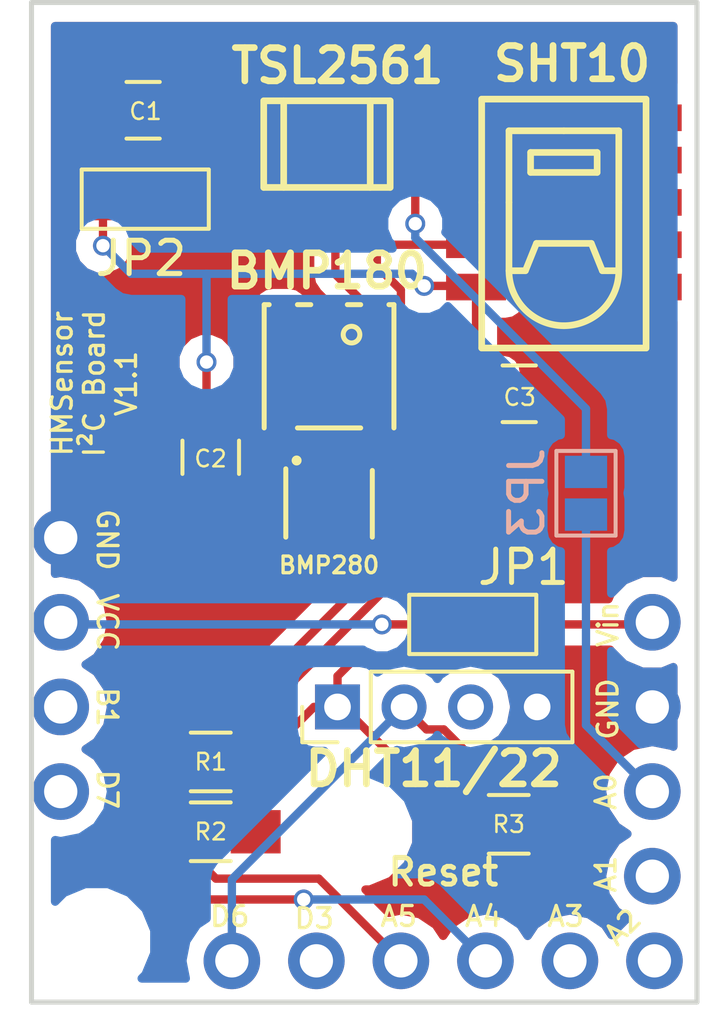
<source format=kicad_pcb>
(kicad_pcb (version 4) (host pcbnew 4.0.2-stable)

  (general
    (links 44)
    (no_connects 0)
    (area 169.924999 94.924999 190.075001 125.075001)
    (thickness 1.6)
    (drawings 21)
    (tracks 164)
    (zones 0)
    (modules 19)
    (nets 19)
  )

  (page A4)
  (layers
    (0 F.Cu signal)
    (31 B.Cu signal)
    (32 B.Adhes user)
    (33 F.Adhes user)
    (34 B.Paste user)
    (35 F.Paste user)
    (36 B.SilkS user)
    (37 F.SilkS user)
    (38 B.Mask user)
    (39 F.Mask user)
    (40 Dwgs.User user)
    (41 Cmts.User user)
    (42 Eco1.User user)
    (43 Eco2.User user)
    (44 Edge.Cuts user)
    (45 Margin user)
    (46 B.CrtYd user)
    (47 F.CrtYd user)
    (48 B.Fab user)
    (49 F.Fab user)
  )

  (setup
    (last_trace_width 0.25)
    (user_trace_width 1)
    (trace_clearance 0.2)
    (zone_clearance 0.508)
    (zone_45_only yes)
    (trace_min 0.2)
    (segment_width 0.2)
    (edge_width 0.15)
    (via_size 0.6)
    (via_drill 0.4)
    (via_min_size 0.4)
    (via_min_drill 0.3)
    (uvia_size 0.3)
    (uvia_drill 0.1)
    (uvias_allowed no)
    (uvia_min_size 0.2)
    (uvia_min_drill 0.1)
    (pcb_text_width 0.3)
    (pcb_text_size 1.5 1.5)
    (mod_edge_width 0.15)
    (mod_text_size 1 1)
    (mod_text_width 0.15)
    (pad_size 1.5 0.7)
    (pad_drill 0)
    (pad_to_mask_clearance 0.2)
    (aux_axis_origin 0 0)
    (visible_elements 7FFFFF7F)
    (pcbplotparams
      (layerselection 0x010f0_80000001)
      (usegerberextensions true)
      (excludeedgelayer true)
      (linewidth 0.100000)
      (plotframeref false)
      (viasonmask false)
      (mode 1)
      (useauxorigin false)
      (hpglpennumber 1)
      (hpglpenspeed 20)
      (hpglpendiameter 15)
      (hpglpenoverlay 2)
      (psnegative false)
      (psa4output false)
      (plotreference true)
      (plotvalue true)
      (plotinvisibletext false)
      (padsonsilk false)
      (subtractmaskfromsilk false)
      (outputformat 1)
      (mirror false)
      (drillshape 0)
      (scaleselection 1)
      (outputdirectory gerber/))
  )

  (net 0 "")
  (net 1 GND)
  (net 2 /A0)
  (net 3 /A1)
  (net 4 /A2)
  (net 5 /D3)
  (net 6 /A3)
  (net 7 /A4)
  (net 8 /A5)
  (net 9 /D6)
  (net 10 /Vin)
  (net 11 /D7)
  (net 12 /B1)
  (net 13 /VDD)
  (net 14 /VCC)
  (net 15 "Net-(JP2-Pad2)")
  (net 16 "Net-(U3-Pad1)")
  (net 17 "Net-(U3-Pad4)")
  (net 18 "Net-(JP3-Pad1)")

  (net_class Default "This is the default net class."
    (clearance 0.2)
    (trace_width 0.25)
    (via_dia 0.6)
    (via_drill 0.4)
    (uvia_dia 0.3)
    (uvia_drill 0.1)
    (add_net /A0)
    (add_net /A1)
    (add_net /A2)
    (add_net /A3)
    (add_net /A4)
    (add_net /A5)
    (add_net /B1)
    (add_net /D3)
    (add_net /D6)
    (add_net /D7)
    (add_net /VCC)
    (add_net /VDD)
    (add_net /Vin)
    (add_net GND)
    (add_net "Net-(JP2-Pad2)")
    (add_net "Net-(JP3-Pad1)")
    (add_net "Net-(U3-Pad1)")
    (add_net "Net-(U3-Pad4)")
  )

  (net_class Fett ""
    (clearance 0.2)
    (trace_width 1)
    (via_dia 0.6)
    (via_drill 0.4)
    (uvia_dia 0.3)
    (uvia_drill 0.1)
  )

  (module Pin_Headers:Pin_Header_Straight_1x04_Pitch2.54mm (layer F.Cu) (tedit 592ED70E) (tstamp 592ED7C4)
    (at 170.8785 111.0615)
    (descr "Through hole straight pin header, 1x04, 2.54mm pitch, single row")
    (tags "Through hole pin header THT 1x04 2.54mm single row")
    (path /592ED622)
    (fp_text reference P6 (at 0 -2.33) (layer F.SilkS) hide
      (effects (font (size 1 1) (thickness 0.15)))
    )
    (fp_text value Contacts (at 0 9.95) (layer F.Fab) hide
      (effects (font (size 1 1) (thickness 0.15)))
    )
    (fp_line (start -1.27 -1.27) (end -1.27 8.89) (layer F.Fab) (width 0.1))
    (fp_line (start -1.27 8.89) (end 1.27 8.89) (layer F.Fab) (width 0.1))
    (fp_line (start 1.27 8.89) (end 1.27 -1.27) (layer F.Fab) (width 0.1))
    (fp_line (start 1.27 -1.27) (end -1.27 -1.27) (layer F.Fab) (width 0.1))
    (fp_line (start -1.8 -1.8) (end -1.8 9.4) (layer F.CrtYd) (width 0.05))
    (fp_line (start -1.8 9.4) (end 1.8 9.4) (layer F.CrtYd) (width 0.05))
    (fp_line (start 1.8 9.4) (end 1.8 -1.8) (layer F.CrtYd) (width 0.05))
    (fp_line (start 1.8 -1.8) (end -1.8 -1.8) (layer F.CrtYd) (width 0.05))
    (pad 1 thru_hole circle (at 0 0) (size 1.7 1.7) (drill 1) (layers *.Cu *.Mask)
      (net 1 GND))
    (pad 2 thru_hole oval (at 0 2.54) (size 1.7 1.7) (drill 1) (layers *.Cu *.Mask)
      (net 14 /VCC))
    (pad 3 thru_hole oval (at 0 5.08) (size 1.7 1.7) (drill 1) (layers *.Cu *.Mask)
      (net 12 /B1))
    (pad 4 thru_hole oval (at 0 7.62) (size 1.7 1.7) (drill 1) (layers *.Cu *.Mask)
      (net 11 /D7))
  )

  (module Pin_Headers:Pin_Header_Straight_1x04_Pitch2.54mm (layer F.Cu) (tedit 592F19C2) (tstamp 591321B7)
    (at 188.6585 113.6015)
    (descr "Through hole straight pin header, 1x04, 2.54mm pitch, single row")
    (tags "Through hole pin header THT 1x04 2.54mm single row")
    (path /591069AF)
    (fp_text reference P1 (at 0 -2.33) (layer F.SilkS) hide
      (effects (font (size 1 1) (thickness 0.15)))
    )
    (fp_text value Contacts (at 0 9.95) (layer F.Fab) hide
      (effects (font (size 1 1) (thickness 0.15)))
    )
    (fp_line (start -1.27 -1.27) (end -1.27 8.89) (layer F.Fab) (width 0.1))
    (fp_line (start -1.27 8.89) (end 1.27 8.89) (layer F.Fab) (width 0.1))
    (fp_line (start 1.27 8.89) (end 1.27 -1.27) (layer F.Fab) (width 0.1))
    (fp_line (start 1.27 -1.27) (end -1.27 -1.27) (layer F.Fab) (width 0.1))
    (fp_line (start -1.8 -1.8) (end -1.8 9.4) (layer F.CrtYd) (width 0.05))
    (fp_line (start -1.8 9.4) (end 1.8 9.4) (layer F.CrtYd) (width 0.05))
    (fp_line (start 1.8 9.4) (end 1.8 -1.8) (layer F.CrtYd) (width 0.05))
    (fp_line (start 1.8 -1.8) (end -1.8 -1.8) (layer F.CrtYd) (width 0.05))
    (fp_text user %R (at 0 -2.33) (layer F.Fab) hide
      (effects (font (size 1 1) (thickness 0.15)))
    )
    (pad 1 thru_hole circle (at 0 0) (size 1.7 1.7) (drill 1) (layers *.Cu *.Mask)
      (net 10 /Vin) (zone_connect 2))
    (pad 2 thru_hole oval (at 0 2.54) (size 1.7 1.7) (drill 1) (layers *.Cu *.Mask)
      (net 1 GND))
    (pad 3 thru_hole oval (at 0 5.08) (size 1.7 1.7) (drill 1) (layers *.Cu *.Mask)
      (net 2 /A0))
    (pad 4 thru_hole oval (at 0 7.62) (size 1.7 1.7) (drill 1) (layers *.Cu *.Mask)
      (net 3 /A1))
  )

  (module Pin_Headers:Pin_Header_Straight_1x06_Pitch2.54mm (layer F.Cu) (tedit 592DBE62) (tstamp 591321D0)
    (at 188.722 123.7615 270)
    (descr "Through hole straight pin header, 1x06, 2.54mm pitch, single row")
    (tags "Through hole pin header THT 1x06 2.54mm single row")
    (path /59132195)
    (fp_text reference P2 (at 0 -2.33 270) (layer F.SilkS) hide
      (effects (font (size 1 1) (thickness 0.15)))
    )
    (fp_text value Contacts (at 0 15.03 270) (layer F.Fab) hide
      (effects (font (size 1 1) (thickness 0.15)))
    )
    (fp_line (start -1.27 -1.27) (end -1.27 13.97) (layer F.Fab) (width 0.1))
    (fp_line (start -1.27 13.97) (end 1.27 13.97) (layer F.Fab) (width 0.1))
    (fp_line (start 1.27 13.97) (end 1.27 -1.27) (layer F.Fab) (width 0.1))
    (fp_line (start 1.27 -1.27) (end -1.27 -1.27) (layer F.Fab) (width 0.1))
    (fp_line (start -1.8 -1.8) (end -1.8 14.5) (layer F.CrtYd) (width 0.05))
    (fp_line (start -1.8 14.5) (end 1.8 14.5) (layer F.CrtYd) (width 0.05))
    (fp_line (start 1.8 14.5) (end 1.8 -1.8) (layer F.CrtYd) (width 0.05))
    (fp_line (start 1.8 -1.8) (end -1.8 -1.8) (layer F.CrtYd) (width 0.05))
    (fp_text user %R (at 0 -2.33 270) (layer F.Fab) hide
      (effects (font (size 1 1) (thickness 0.15)))
    )
    (pad 1 thru_hole circle (at 0 0 270) (size 1.7 1.7) (drill 1) (layers *.Cu *.Mask)
      (net 4 /A2))
    (pad 2 thru_hole oval (at 0 2.54 270) (size 1.7 1.7) (drill 1) (layers *.Cu *.Mask)
      (net 6 /A3))
    (pad 3 thru_hole oval (at 0 5.08 270) (size 1.7 1.7) (drill 1) (layers *.Cu *.Mask)
      (net 7 /A4))
    (pad 4 thru_hole oval (at 0 7.62 270) (size 1.7 1.7) (drill 1) (layers *.Cu *.Mask)
      (net 8 /A5))
    (pad 5 thru_hole oval (at 0 10.16 270) (size 1.7 1.7) (drill 1) (layers *.Cu *.Mask)
      (net 5 /D3))
    (pad 6 thru_hole oval (at 0 12.7 270) (size 1.7 1.7) (drill 1) (layers *.Cu *.Mask)
      (net 9 /D6))
  )

  (module Mounting_Holes:MountingHole_2.2mm_M2 (layer F.Cu) (tedit 592DBE53) (tstamp 5911C9D5)
    (at 171.958 123.19)
    (descr "Mounting Hole 2.2mm, no annular, M2")
    (tags "mounting hole 2.2mm no annular m2")
    (fp_text reference REF** (at -0.127 4.826) (layer F.SilkS) hide
      (effects (font (size 1 1) (thickness 0.15)))
    )
    (fp_text value MountingHole_2.2mm_M2 (at 0 3.2) (layer F.Fab) hide
      (effects (font (size 1 1) (thickness 0.15)))
    )
    (fp_circle (center 0 0) (end 2.2 0) (layer Cmts.User) (width 0.15))
    (fp_circle (center 0 0) (end 2.45 0) (layer F.CrtYd) (width 0.05))
    (pad 1 np_thru_hole circle (at 0 0) (size 2.2 2.2) (drill 2.2) (layers *.Cu *.Mask))
  )

  (module Capacitors_SMD:C_0805_HandSoldering (layer F.Cu) (tedit 59A673FD) (tstamp 5954EF56)
    (at 173.355 98.2345 180)
    (descr "Capacitor SMD 0805, hand soldering")
    (tags "capacitor 0805")
    (path /5954F012)
    (attr smd)
    (fp_text reference C1 (at -0.07112 -0.03302 180) (layer F.SilkS)
      (effects (font (size 0.5 0.5) (thickness 0.075)))
    )
    (fp_text value 100n (at 0 1.75 180) (layer F.Fab)
      (effects (font (size 1 1) (thickness 0.15)))
    )
    (fp_text user %R (at 0 -1.75 180) (layer F.Fab) hide
      (effects (font (size 1 1) (thickness 0.15)))
    )
    (fp_line (start -1 0.62) (end -1 -0.62) (layer F.Fab) (width 0.1))
    (fp_line (start 1 0.62) (end -1 0.62) (layer F.Fab) (width 0.1))
    (fp_line (start 1 -0.62) (end 1 0.62) (layer F.Fab) (width 0.1))
    (fp_line (start -1 -0.62) (end 1 -0.62) (layer F.Fab) (width 0.1))
    (fp_line (start 0.5 -0.85) (end -0.5 -0.85) (layer F.SilkS) (width 0.12))
    (fp_line (start -0.5 0.85) (end 0.5 0.85) (layer F.SilkS) (width 0.12))
    (fp_line (start -2.25 -0.88) (end 2.25 -0.88) (layer F.CrtYd) (width 0.05))
    (fp_line (start -2.25 -0.88) (end -2.25 0.87) (layer F.CrtYd) (width 0.05))
    (fp_line (start 2.25 0.87) (end 2.25 -0.88) (layer F.CrtYd) (width 0.05))
    (fp_line (start 2.25 0.87) (end -2.25 0.87) (layer F.CrtYd) (width 0.05))
    (pad 1 smd rect (at -1.25 0 180) (size 1.5 1.25) (layers F.Cu F.Paste F.Mask)
      (net 13 /VDD))
    (pad 2 smd rect (at 1.25 0 180) (size 1.5 1.25) (layers F.Cu F.Paste F.Mask)
      (net 1 GND))
    (model Capacitors_SMD.3dshapes/C_0805.wrl
      (at (xyz 0 0 0))
      (scale (xyz 1 1 1))
      (rotate (xyz 0 0 0))
    )
  )

  (module Capacitors_SMD:C_0805_HandSoldering (layer F.Cu) (tedit 59A67417) (tstamp 5954EF5C)
    (at 175.387 108.6485 270)
    (descr "Capacitor SMD 0805, hand soldering")
    (tags "capacitor 0805")
    (path /5954F10F)
    (attr smd)
    (fp_text reference C2 (at 0.04318 0.00508 360) (layer F.SilkS)
      (effects (font (size 0.5 0.5) (thickness 0.075)))
    )
    (fp_text value 100n (at 0 1.75 270) (layer F.Fab)
      (effects (font (size 1 1) (thickness 0.15)))
    )
    (fp_text user %R (at 0 -1.75 270) (layer F.Fab) hide
      (effects (font (size 1 1) (thickness 0.15)))
    )
    (fp_line (start -1 0.62) (end -1 -0.62) (layer F.Fab) (width 0.1))
    (fp_line (start 1 0.62) (end -1 0.62) (layer F.Fab) (width 0.1))
    (fp_line (start 1 -0.62) (end 1 0.62) (layer F.Fab) (width 0.1))
    (fp_line (start -1 -0.62) (end 1 -0.62) (layer F.Fab) (width 0.1))
    (fp_line (start 0.5 -0.85) (end -0.5 -0.85) (layer F.SilkS) (width 0.12))
    (fp_line (start -0.5 0.85) (end 0.5 0.85) (layer F.SilkS) (width 0.12))
    (fp_line (start -2.25 -0.88) (end 2.25 -0.88) (layer F.CrtYd) (width 0.05))
    (fp_line (start -2.25 -0.88) (end -2.25 0.87) (layer F.CrtYd) (width 0.05))
    (fp_line (start 2.25 0.87) (end 2.25 -0.88) (layer F.CrtYd) (width 0.05))
    (fp_line (start 2.25 0.87) (end -2.25 0.87) (layer F.CrtYd) (width 0.05))
    (pad 1 smd rect (at -1.25 0 270) (size 1.5 1.25) (layers F.Cu F.Paste F.Mask)
      (net 13 /VDD))
    (pad 2 smd rect (at 1.25 0 270) (size 1.5 1.25) (layers F.Cu F.Paste F.Mask)
      (net 1 GND))
    (model Capacitors_SMD.3dshapes/C_0805.wrl
      (at (xyz 0 0 0))
      (scale (xyz 1 1 1))
      (rotate (xyz 0 0 0))
    )
  )

  (module Connect:GS3 (layer F.Cu) (tedit 5959FC12) (tstamp 5954EF6B)
    (at 183.261 113.665 90)
    (descr "3-pin solder bridge")
    (tags "solder bridge")
    (path /5954F227)
    (attr smd)
    (fp_text reference JP1 (at 1.7145 1.524 180) (layer F.SilkS)
      (effects (font (size 1 1) (thickness 0.15)))
    )
    (fp_text value JUMPER3 (at 1.8 0 180) (layer F.Fab)
      (effects (font (size 1 1) (thickness 0.15)))
    )
    (fp_line (start -1.15 -2.15) (end 1.15 -2.15) (layer F.CrtYd) (width 0.05))
    (fp_line (start 1.15 -2.15) (end 1.15 2.15) (layer F.CrtYd) (width 0.05))
    (fp_line (start 1.15 2.15) (end -1.15 2.15) (layer F.CrtYd) (width 0.05))
    (fp_line (start -1.15 2.15) (end -1.15 -2.15) (layer F.CrtYd) (width 0.05))
    (fp_line (start -0.89 -1.91) (end -0.89 1.91) (layer F.SilkS) (width 0.12))
    (fp_line (start -0.89 1.91) (end 0.89 1.91) (layer F.SilkS) (width 0.12))
    (fp_line (start 0.89 1.91) (end 0.89 -1.91) (layer F.SilkS) (width 0.12))
    (fp_line (start -0.89 -1.91) (end 0.89 -1.91) (layer F.SilkS) (width 0.12))
    (pad 1 smd rect (at 0 -1.27 90) (size 1.27 0.97) (layers F.Cu F.Paste F.Mask)
      (net 14 /VCC))
    (pad 2 smd rect (at 0 0 90) (size 1.27 0.97) (layers F.Cu F.Paste F.Mask)
      (net 13 /VDD))
    (pad 3 smd rect (at 0 1.27 90) (size 1.27 0.97) (layers F.Cu F.Paste F.Mask)
      (net 10 /Vin))
  )

  (module Connect:GS3 (layer F.Cu) (tedit 5954E4A3) (tstamp 5954EF7A)
    (at 173.4185 100.9015 270)
    (descr "3-pin solder bridge")
    (tags "solder bridge")
    (path /5954EF87)
    (attr smd)
    (fp_text reference JP2 (at 1.778 0.127 360) (layer F.SilkS)
      (effects (font (size 1 1) (thickness 0.15)))
    )
    (fp_text value JUMPER3 (at 1.8 0 360) (layer F.Fab)
      (effects (font (size 1 1) (thickness 0.15)))
    )
    (fp_line (start -1.15 -2.15) (end 1.15 -2.15) (layer F.CrtYd) (width 0.05))
    (fp_line (start 1.15 -2.15) (end 1.15 2.15) (layer F.CrtYd) (width 0.05))
    (fp_line (start 1.15 2.15) (end -1.15 2.15) (layer F.CrtYd) (width 0.05))
    (fp_line (start -1.15 2.15) (end -1.15 -2.15) (layer F.CrtYd) (width 0.05))
    (fp_line (start -0.89 -1.91) (end -0.89 1.91) (layer F.SilkS) (width 0.12))
    (fp_line (start -0.89 1.91) (end 0.89 1.91) (layer F.SilkS) (width 0.12))
    (fp_line (start 0.89 1.91) (end 0.89 -1.91) (layer F.SilkS) (width 0.12))
    (fp_line (start -0.89 -1.91) (end 0.89 -1.91) (layer F.SilkS) (width 0.12))
    (pad 1 smd rect (at 0 -1.27 270) (size 1.27 0.97) (layers F.Cu F.Paste F.Mask)
      (net 1 GND))
    (pad 2 smd rect (at 0 0 270) (size 1.27 0.97) (layers F.Cu F.Paste F.Mask)
      (net 15 "Net-(JP2-Pad2)"))
    (pad 3 smd rect (at 0 1.27 270) (size 1.27 0.97) (layers F.Cu F.Paste F.Mask)
      (net 13 /VDD))
  )

  (module Resistors_SMD:R_0805_HandSoldering (layer F.Cu) (tedit 59A67390) (tstamp 5954EF80)
    (at 175.387 117.7925)
    (descr "Resistor SMD 0805, hand soldering")
    (tags "resistor 0805")
    (path /5910585E)
    (attr smd)
    (fp_text reference R1 (at -0.14732 -1.50114) (layer F.SilkS) hide
      (effects (font (size 1 1) (thickness 0.15)))
    )
    (fp_text value 10k (at 0 1.75) (layer F.Fab)
      (effects (font (size 1 1) (thickness 0.15)))
    )
    (fp_text user %R (at 0 0) (layer F.SilkS)
      (effects (font (size 0.5 0.5) (thickness 0.075)))
    )
    (fp_line (start -1 0.62) (end -1 -0.62) (layer F.Fab) (width 0.1))
    (fp_line (start 1 0.62) (end -1 0.62) (layer F.Fab) (width 0.1))
    (fp_line (start 1 -0.62) (end 1 0.62) (layer F.Fab) (width 0.1))
    (fp_line (start -1 -0.62) (end 1 -0.62) (layer F.Fab) (width 0.1))
    (fp_line (start 0.6 0.88) (end -0.6 0.88) (layer F.SilkS) (width 0.12))
    (fp_line (start -0.6 -0.88) (end 0.6 -0.88) (layer F.SilkS) (width 0.12))
    (fp_line (start -2.35 -0.9) (end 2.35 -0.9) (layer F.CrtYd) (width 0.05))
    (fp_line (start -2.35 -0.9) (end -2.35 0.9) (layer F.CrtYd) (width 0.05))
    (fp_line (start 2.35 0.9) (end 2.35 -0.9) (layer F.CrtYd) (width 0.05))
    (fp_line (start 2.35 0.9) (end -2.35 0.9) (layer F.CrtYd) (width 0.05))
    (pad 1 smd rect (at -1.35 0) (size 1.5 1.3) (layers F.Cu F.Paste F.Mask)
      (net 7 /A4))
    (pad 2 smd rect (at 1.35 0) (size 1.5 1.3) (layers F.Cu F.Paste F.Mask)
      (net 13 /VDD))
    (model ${KISYS3DMOD}/Resistors_SMD.3dshapes/R_0805.wrl
      (at (xyz 0 0 0))
      (scale (xyz 1 1 1))
      (rotate (xyz 0 0 0))
    )
  )

  (module Resistors_SMD:R_0805_HandSoldering (layer F.Cu) (tedit 59A6739D) (tstamp 5954EF86)
    (at 175.387 119.888)
    (descr "Resistor SMD 0805, hand soldering")
    (tags "resistor 0805")
    (path /5910582F)
    (attr smd)
    (fp_text reference R2 (at -1.778 1.778) (layer F.SilkS) hide
      (effects (font (size 1 1) (thickness 0.15)))
    )
    (fp_text value 10k (at 0 1.75) (layer F.Fab)
      (effects (font (size 1 1) (thickness 0.15)))
    )
    (fp_text user %R (at 0 0) (layer F.SilkS)
      (effects (font (size 0.5 0.5) (thickness 0.075)))
    )
    (fp_line (start -1 0.62) (end -1 -0.62) (layer F.Fab) (width 0.1))
    (fp_line (start 1 0.62) (end -1 0.62) (layer F.Fab) (width 0.1))
    (fp_line (start 1 -0.62) (end 1 0.62) (layer F.Fab) (width 0.1))
    (fp_line (start -1 -0.62) (end 1 -0.62) (layer F.Fab) (width 0.1))
    (fp_line (start 0.6 0.88) (end -0.6 0.88) (layer F.SilkS) (width 0.12))
    (fp_line (start -0.6 -0.88) (end 0.6 -0.88) (layer F.SilkS) (width 0.12))
    (fp_line (start -2.35 -0.9) (end 2.35 -0.9) (layer F.CrtYd) (width 0.05))
    (fp_line (start -2.35 -0.9) (end -2.35 0.9) (layer F.CrtYd) (width 0.05))
    (fp_line (start 2.35 0.9) (end 2.35 -0.9) (layer F.CrtYd) (width 0.05))
    (fp_line (start 2.35 0.9) (end -2.35 0.9) (layer F.CrtYd) (width 0.05))
    (pad 1 smd rect (at -1.35 0) (size 1.5 1.3) (layers F.Cu F.Paste F.Mask)
      (net 8 /A5))
    (pad 2 smd rect (at 1.35 0) (size 1.5 1.3) (layers F.Cu F.Paste F.Mask)
      (net 13 /VDD))
    (model ${KISYS3DMOD}/Resistors_SMD.3dshapes/R_0805.wrl
      (at (xyz 0 0 0))
      (scale (xyz 1 1 1))
      (rotate (xyz 0 0 0))
    )
  )

  (module sht1x:SHT1x (layer F.Cu) (tedit 5954F214) (tstamp 5954EFAE)
    (at 186 101)
    (path /5954E973)
    (fp_text reference U1 (at 0 5.715) (layer F.SilkS) hide
      (effects (font (size 1.27 1.27) (thickness 0.2)))
    )
    (fp_text value SHT10 (at 0.2455 -4.1625) (layer F.SilkS)
      (effects (font (size 1 1) (thickness 0.2)))
    )
    (fp_line (start 0.825 1.23) (end 1.156 2.05) (layer F.SilkS) (width 0.2))
    (fp_line (start -1.156 2.05) (end -0.825 1.23) (layer F.SilkS) (width 0.2))
    (fp_line (start -0.825 1.23) (end 0.825 1.23) (layer F.SilkS) (width 0.2))
    (fp_line (start 1.65 2.05) (end 1.32 2.05) (layer F.SilkS) (width 0.2))
    (fp_line (start 1.32 2.05) (end 1.156 2.05) (layer F.SilkS) (width 0.2))
    (fp_line (start -1.65 2.05) (end -1.156 2.05) (layer F.SilkS) (width 0.2))
    (fp_line (start -1 -1.5) (end 1 -1.5) (layer F.SilkS) (width 0.2))
    (fp_line (start 1 -1.5) (end 1 -0.9) (layer F.SilkS) (width 0.2))
    (fp_line (start 1 -0.9) (end -1 -0.9) (layer F.SilkS) (width 0.2))
    (fp_line (start -1 -0.9) (end -1 -1.5) (layer F.SilkS) (width 0.2))
    (fp_arc (start 0 2.05) (end 0 3.7) (angle 90) (layer F.SilkS) (width 0.2))
    (fp_arc (start 0 2.05) (end 1.65 2.05) (angle 90) (layer F.SilkS) (width 0.2))
    (fp_line (start 1.65 0) (end 1.65 2.05) (layer F.SilkS) (width 0.2))
    (fp_line (start -1.65 0) (end -1.65 2.05) (layer F.SilkS) (width 0.2))
    (fp_line (start 1.65 0) (end 1.65 -2.15) (layer F.SilkS) (width 0.2))
    (fp_line (start 1.65 -2.15) (end 0 -2.15) (layer F.SilkS) (width 0.2))
    (fp_line (start 0 -2.15) (end -1.65 -2.15) (layer F.SilkS) (width 0.2))
    (fp_line (start -1.65 -2.15) (end -1.65 0) (layer F.SilkS) (width 0.2))
    (fp_line (start 2.47 4.37) (end 2.47 0) (layer F.SilkS) (width 0.2))
    (fp_line (start 2.47 0) (end 2.47 4.37) (layer F.SilkS) (width 0.2))
    (fp_line (start 2.47 4.37) (end -2.47 4.37) (layer F.SilkS) (width 0.2))
    (fp_line (start -2.47 4.37) (end -2.47 0) (layer F.SilkS) (width 0.2))
    (fp_line (start 2.47 -3.1) (end 2.47 0) (layer F.SilkS) (width 0.2))
    (fp_line (start -2.47 -3.1) (end -2.47 0) (layer F.SilkS) (width 0.2))
    (fp_line (start -2.47 -3.1) (end 2.47 -3.1) (layer F.SilkS) (width 0.2))
    (pad "" smd circle (at 0 -2) (size 0.6 0.6) (layers F.Cu F.Paste F.Mask))
    (pad 2 smd rect (at -2.64 0) (size 1.8 0.8) (layers F.Cu F.Paste F.Mask)
      (net 7 /A4))
    (pad 1 smd rect (at -2.64 -1.27) (size 1.8 0.8) (layers F.Cu F.Paste F.Mask)
      (net 1 GND))
    (pad "" smd rect (at -2.64 -2.54) (size 1.8 0.8) (layers F.Cu F.Paste F.Mask))
    (pad 3 smd rect (at -2.64 1.27) (size 1.8 0.8) (layers F.Cu F.Paste F.Mask)
      (net 8 /A5))
    (pad 4 smd rect (at -2.64 2.54) (size 1.8 0.8) (layers F.Cu F.Paste F.Mask)
      (net 13 /VDD))
    (pad "" smd rect (at 2.64 0) (size 1.8 0.8) (layers F.Cu F.Paste F.Mask))
    (pad "" smd rect (at 2.64 -1.27) (size 1.8 0.8) (layers F.Cu F.Paste F.Mask))
    (pad "" smd rect (at 2.64 -2.54) (size 1.8 0.8) (layers F.Cu F.Paste F.Mask))
    (pad "" smd rect (at 2.64 1.27) (size 1.8 0.8) (layers F.Cu F.Paste F.Mask))
    (pad "" smd rect (at 2.64 2.54) (size 1.8 0.8) (layers F.Cu F.Paste F.Mask))
    (model ../../../../../../Users/holger/kicad/ObKo/kicad-libraries/3d/sht1x/sht1x.wrl
      (at (xyz 0 0 0))
      (scale (xyz 1 1 1))
      (rotate (xyz 0 0 0))
    )
  )

  (module tsl256x:TSL256x (layer F.Cu) (tedit 595B77FB) (tstamp 5954EFBE)
    (at 178.8795 99.2505)
    (path /5954EAF5)
    (fp_text reference U2 (at 0 2.54) (layer F.SilkS) hide
      (effects (font (size 1.27 1.27) (thickness 0.2)))
    )
    (fp_text value TSL2561 (at 0.3175 -2.3495) (layer F.SilkS)
      (effects (font (size 1 1) (thickness 0.2)))
    )
    (fp_line (start 1.3 1.3) (end 1.3 -1.3) (layer F.SilkS) (width 0.2))
    (fp_line (start -1.3 1.3) (end -1.3 -1.3) (layer F.SilkS) (width 0.2))
    (fp_line (start -1.9 1.3) (end -1.9 -1.3) (layer F.SilkS) (width 0.2))
    (fp_line (start -1.9 -1.3) (end 1.9 -1.3) (layer F.SilkS) (width 0.2))
    (fp_line (start 1.9 -1.3) (end 1.9 1.3) (layer F.SilkS) (width 0.2))
    (fp_line (start 1.9 1.3) (end -1.9 1.3) (layer F.SilkS) (width 0.2))
    (pad 3 smd rect (at -1.5 0.95) (size 1.5 0.7) (layers F.Cu F.Paste F.Mask)
      (net 1 GND))
    (pad 2 smd rect (at -1.5 0) (size 1.5 0.7) (layers F.Cu F.Paste F.Mask)
      (net 15 "Net-(JP2-Pad2)"))
    (pad 1 smd rect (at -1.5 -0.95) (size 1.5 0.7) (layers F.Cu F.Paste F.Mask)
      (net 13 /VDD))
    (pad 6 smd rect (at 1.5 -0.95) (size 1.5 0.7) (layers F.Cu F.Paste F.Mask)
      (net 7 /A4))
    (pad 5 smd rect (at 1.5 0) (size 1.5 0.7) (layers F.Cu F.Paste F.Mask)
      (net 18 "Net-(JP3-Pad1)"))
    (pad 4 smd rect (at 1.5 0.95) (size 1.5 0.7) (layers F.Cu F.Paste F.Mask)
      (net 8 /A5))
    (model ../../../../../../Users/holger/kicad/ObKo/kicad-libraries/3d/tsl256x/tsl256x.wrl
      (at (xyz 0 0 0))
      (scale (xyz 1 1 1))
      (rotate (xyz 0 0 0))
    )
  )

  (module Mounting_Holes:MountingHole_2.2mm_M2 (layer F.Cu) (tedit 59A6753C) (tstamp 5954F09E)
    (at 179.832 119.888)
    (descr "Mounting Hole 2.2mm, no annular, M2")
    (tags "mounting hole 2.2mm no annular m2")
    (fp_text reference REF** (at 0 -3.2) (layer F.SilkS) hide
      (effects (font (size 1 1) (thickness 0.15)))
    )
    (fp_text value MountingHole_2.2mm_M2 (at 0 3.2) (layer F.Fab) hide
      (effects (font (size 1 1) (thickness 0.15)))
    )
    (fp_circle (center 0 0) (end 2.2 0) (layer Cmts.User) (width 0.15))
    (fp_circle (center 0 0) (end 2.45 0) (layer F.CrtYd) (width 0.05))
    (pad 1 np_thru_hole circle (at 0 0) (size 2.2 2.2) (drill 2.2) (layers *.Cu *.Mask))
  )

  (module acronet:LGA_BMP180 (layer F.Cu) (tedit 0) (tstamp 5954FC92)
    (at 178.943 105.918)
    (descr "7-pin LGA Bosch BMP 180 Digital Pressure Sensor (SMD)")
    (tags "LGA PRESSURE")
    (path /59551111)
    (fp_text reference U3 (at 0 -3) (layer F.SilkS) hide
      (effects (font (size 1 1) (thickness 0.2)))
    )
    (fp_text value BMP180 (at 0 3) (layer F.SilkS) hide
      (effects (font (size 1 1) (thickness 0.2)))
    )
    (fp_circle (center 0.675 -0.95) (end 0.675 -0.7) (layer F.SilkS) (width 0.14986))
    (fp_line (start 0.55 -1.85) (end 0.95 -1.85) (layer F.SilkS) (width 0.14986))
    (fp_line (start 1.95 -1.85) (end 1.8 -1.85) (layer F.SilkS) (width 0.14986))
    (fp_line (start -1.95 -1.85) (end -1.8 -1.85) (layer F.SilkS) (width 0.14986))
    (fp_line (start 1.95 -1.85) (end 1.95 1.85) (layer F.SilkS) (width 0.14986))
    (fp_line (start -0.95 1.85) (end 0.95 1.85) (layer F.SilkS) (width 0.14986))
    (fp_line (start -1.95 -1.85) (end -1.95 1.85) (layer F.SilkS) (width 0.14986))
    (fp_line (start -0.95 -1.85) (end -0.55 -1.85) (layer F.SilkS) (width 0.15))
    (pad 1 smd rect (at -1.45 -1.5) (size 0.5 0.6) (layers F.Cu F.Paste F.Mask)
      (net 16 "Net-(U3-Pad1)"))
    (pad 2 smd rect (at -1.45 0) (size 0.5 0.6) (layers F.Cu F.Paste F.Mask)
      (net 13 /VDD))
    (pad 3 smd rect (at -1.45 1.5) (size 0.5 0.6) (layers F.Cu F.Paste F.Mask)
      (net 13 /VDD))
    (pad 4 smd rect (at 1.45 1.5) (size 0.5 0.6) (layers F.Cu F.Paste F.Mask)
      (net 17 "Net-(U3-Pad4)"))
    (pad 5 smd rect (at 1.45 0) (size 0.5 0.6) (layers F.Cu F.Paste F.Mask)
      (net 8 /A5))
    (pad 6 smd rect (at 1.45 -1.5) (size 0.5 0.6) (layers F.Cu F.Paste F.Mask)
      (net 7 /A4))
    (pad 7 smd rect (at 0 -1.55) (size 0.6 0.5) (layers F.Cu F.Paste F.Mask)
      (net 1 GND))
    (model ../../../../../../Users/holger/kicad/ObKo/kicad-libraries/3d/bmp085/bmp085.wrl
      (at (xyz 0 0 0))
      (scale (xyz 0.7 0.7 0.7))
      (rotate (xyz 0 0 0))
    )
  )

  (module Pin_Headers:Pin_Header_Straight_1x04_Pitch2.00mm (layer F.Cu) (tedit 59A673B8) (tstamp 5954F18A)
    (at 179.197 116.1415 90)
    (descr "Through hole straight pin header, 1x04, 2.00mm pitch, single row")
    (tags "Through hole pin header THT 1x04 2.00mm single row")
    (path /5954F07E)
    (fp_text reference U4 (at 0 -2.06 90) (layer F.SilkS) hide
      (effects (font (size 1 1) (thickness 0.15)))
    )
    (fp_text value DHT11/22 (at -1.85674 2.89052 180) (layer F.SilkS)
      (effects (font (size 1 1) (thickness 0.2)))
    )
    (fp_line (start -1 -1) (end -1 7) (layer F.Fab) (width 0.1))
    (fp_line (start -1 7) (end 1 7) (layer F.Fab) (width 0.1))
    (fp_line (start 1 7) (end 1 -1) (layer F.Fab) (width 0.1))
    (fp_line (start 1 -1) (end -1 -1) (layer F.Fab) (width 0.1))
    (fp_line (start -1.06 1) (end -1.06 7.06) (layer F.SilkS) (width 0.12))
    (fp_line (start -1.06 7.06) (end 1.06 7.06) (layer F.SilkS) (width 0.12))
    (fp_line (start 1.06 7.06) (end 1.06 1) (layer F.SilkS) (width 0.12))
    (fp_line (start 1.06 1) (end -1.06 1) (layer F.SilkS) (width 0.12))
    (fp_line (start -1.06 0) (end -1.06 -1.06) (layer F.SilkS) (width 0.12))
    (fp_line (start -1.06 -1.06) (end 0 -1.06) (layer F.SilkS) (width 0.12))
    (fp_line (start -1.5 -1.5) (end -1.5 7.5) (layer F.CrtYd) (width 0.05))
    (fp_line (start -1.5 7.5) (end 1.5 7.5) (layer F.CrtYd) (width 0.05))
    (fp_line (start 1.5 7.5) (end 1.5 -1.5) (layer F.CrtYd) (width 0.05))
    (fp_line (start 1.5 -1.5) (end -1.5 -1.5) (layer F.CrtYd) (width 0.05))
    (fp_text user %R (at 0 -2.06 90) (layer F.Fab) hide
      (effects (font (size 1 1) (thickness 0.15)))
    )
    (pad 1 thru_hole rect (at 0 0 90) (size 1.35 1.35) (drill 0.8) (layers *.Cu *.Mask)
      (net 13 /VDD))
    (pad 2 thru_hole oval (at 0 2 90) (size 1.35 1.35) (drill 0.8) (layers *.Cu *.Mask)
      (net 9 /D6))
    (pad 3 thru_hole oval (at 0 4 90) (size 1.35 1.35) (drill 0.8) (layers *.Cu *.Mask))
    (pad 4 thru_hole oval (at 0 6 90) (size 1.35 1.35) (drill 0.8) (layers *.Cu *.Mask)
      (net 1 GND))
  )

  (module Capacitors_SMD:C_0805_HandSoldering (layer F.Cu) (tedit 59A673EA) (tstamp 595A03E3)
    (at 184.658 106.7435)
    (descr "Capacitor SMD 0805, hand soldering")
    (tags "capacitor 0805")
    (path /595A0D82)
    (attr smd)
    (fp_text reference C3 (at 0.01524 0.10414) (layer F.SilkS)
      (effects (font (size 0.5 0.5) (thickness 0.075)))
    )
    (fp_text value 100n (at 0 1.75) (layer F.Fab)
      (effects (font (size 1 1) (thickness 0.15)))
    )
    (fp_text user %R (at 0 -1.75) (layer F.Fab) hide
      (effects (font (size 1 1) (thickness 0.15)))
    )
    (fp_line (start -1 0.62) (end -1 -0.62) (layer F.Fab) (width 0.1))
    (fp_line (start 1 0.62) (end -1 0.62) (layer F.Fab) (width 0.1))
    (fp_line (start 1 -0.62) (end 1 0.62) (layer F.Fab) (width 0.1))
    (fp_line (start -1 -0.62) (end 1 -0.62) (layer F.Fab) (width 0.1))
    (fp_line (start 0.5 -0.85) (end -0.5 -0.85) (layer F.SilkS) (width 0.12))
    (fp_line (start -0.5 0.85) (end 0.5 0.85) (layer F.SilkS) (width 0.12))
    (fp_line (start -2.25 -0.88) (end 2.25 -0.88) (layer F.CrtYd) (width 0.05))
    (fp_line (start -2.25 -0.88) (end -2.25 0.87) (layer F.CrtYd) (width 0.05))
    (fp_line (start 2.25 0.87) (end 2.25 -0.88) (layer F.CrtYd) (width 0.05))
    (fp_line (start 2.25 0.87) (end -2.25 0.87) (layer F.CrtYd) (width 0.05))
    (pad 1 smd rect (at -1.25 0) (size 1.5 1.25) (layers F.Cu F.Paste F.Mask)
      (net 13 /VDD))
    (pad 2 smd rect (at 1.25 0) (size 1.5 1.25) (layers F.Cu F.Paste F.Mask)
      (net 1 GND))
    (model Capacitors_SMD.3dshapes/C_0805.wrl
      (at (xyz 0 0 0))
      (scale (xyz 1 1 1))
      (rotate (xyz 0 0 0))
    )
  )

  (module manuf:BOSCH_BMP280 (layer F.Cu) (tedit 595A304C) (tstamp 595A03F6)
    (at 178.943 110.0455)
    (path /5959FFB8)
    (fp_text reference U5 (at 0 0) (layer F.SilkS) hide
      (effects (font (size 1 1) (thickness 0.15)))
    )
    (fp_text value BMP280 (at 0 1.8415) (layer F.SilkS)
      (effects (font (size 0.5 0.5) (thickness 0.1)))
    )
    (fp_circle (center -0.975 -1.3) (end -0.9 -1.3) (layer F.SilkS) (width 0.15))
    (fp_line (start -1.4 -1.3) (end 1.4 -1.3) (layer F.CrtYd) (width 0.05))
    (fp_line (start 1.3 -1) (end 1.3 1) (layer F.SilkS) (width 0.15))
    (fp_line (start -1.3 1) (end -1.3 -1.05) (layer F.SilkS) (width 0.15))
    (fp_line (start -1.4 1.3) (end 1.4 1.3) (layer F.CrtYd) (width 0.05))
    (fp_line (start -1.4 1.3) (end -1.4 -1.3) (layer F.CrtYd) (width 0.05))
    (fp_line (start 1.4 1.3) (end 1.4 -1.3) (layer F.CrtYd) (width 0.05))
    (pad 1 smd rect (at -0.975 -0.8) (size 0.35 0.5) (layers F.Cu F.Paste F.Mask)
      (net 1 GND) (solder_mask_margin 0.05))
    (pad 2 smd rect (at -0.325 -0.8) (size 0.35 0.5) (layers F.Cu F.Paste F.Mask)
      (net 13 /VDD) (solder_mask_margin 0.05))
    (pad 3 smd rect (at 0.325 -0.8) (size 0.35 0.5) (layers F.Cu F.Paste F.Mask)
      (net 7 /A4) (solder_mask_margin 0.05))
    (pad 4 smd rect (at 0.975 -0.8) (size 0.35 0.5) (layers F.Cu F.Paste F.Mask)
      (net 8 /A5) (solder_mask_margin 0.05))
    (pad 8 smd rect (at -0.975 0.8) (size 0.35 0.5) (layers F.Cu F.Paste F.Mask)
      (net 13 /VDD) (solder_mask_margin 0.05))
    (pad 7 smd rect (at -0.325 0.8) (size 0.35 0.5) (layers F.Cu F.Paste F.Mask)
      (net 1 GND) (solder_mask_margin 0.05))
    (pad 6 smd rect (at 0.325 0.8) (size 0.35 0.5) (layers F.Cu F.Paste F.Mask)
      (net 13 /VDD) (solder_mask_margin 0.05))
    (pad 5 smd rect (at 0.975 0.8) (size 0.35 0.5) (layers F.Cu F.Paste F.Mask)
      (net 1 GND) (solder_mask_margin 0.05))
    (model ${KISYS3DMOD}/modules.3dshapes/BOSCH_BMP280.wrl
      (at (xyz 0 0 0))
      (scale (xyz 1 1 1))
      (rotate (xyz 0 0 0))
    )
  )

  (module Connect:GS2 (layer B.Cu) (tedit 586134A1) (tstamp 59A085F5)
    (at 186.6646 109.728 180)
    (descr "2-pin solder bridge")
    (tags "solder bridge")
    (path /59A08953)
    (attr smd)
    (fp_text reference JP3 (at 1.78 0 450) (layer B.SilkS)
      (effects (font (size 1 1) (thickness 0.15)) (justify mirror))
    )
    (fp_text value JUMPER (at -1.8 0 450) (layer B.Fab)
      (effects (font (size 1 1) (thickness 0.15)) (justify mirror))
    )
    (fp_line (start 1.1 1.45) (end 1.1 -1.5) (layer B.CrtYd) (width 0.05))
    (fp_line (start 1.1 -1.5) (end -1.1 -1.5) (layer B.CrtYd) (width 0.05))
    (fp_line (start -1.1 -1.5) (end -1.1 1.45) (layer B.CrtYd) (width 0.05))
    (fp_line (start -1.1 1.45) (end 1.1 1.45) (layer B.CrtYd) (width 0.05))
    (fp_line (start -0.89 1.27) (end -0.89 -1.27) (layer B.SilkS) (width 0.12))
    (fp_line (start 0.89 -1.27) (end 0.89 1.27) (layer B.SilkS) (width 0.12))
    (fp_line (start 0.89 -1.27) (end -0.89 -1.27) (layer B.SilkS) (width 0.12))
    (fp_line (start -0.89 1.27) (end 0.89 1.27) (layer B.SilkS) (width 0.12))
    (pad 1 smd rect (at 0 0.64 180) (size 1.27 0.97) (layers B.Cu B.Paste B.Mask)
      (net 18 "Net-(JP3-Pad1)"))
    (pad 2 smd rect (at 0 -0.64 180) (size 1.27 0.97) (layers B.Cu B.Paste B.Mask)
      (net 2 /A0))
  )

  (module Resistors_SMD:R_0805_HandSoldering (layer F.Cu) (tedit 59A6737A) (tstamp 59A66EAA)
    (at 184.34304 119.66448 180)
    (descr "Resistor SMD 0805, hand soldering")
    (tags "resistor 0805")
    (path /59A6703B)
    (attr smd)
    (fp_text reference R3 (at -1.48844 -1.58496 180) (layer F.SilkS) hide
      (effects (font (size 1 1) (thickness 0.15)))
    )
    (fp_text value 10k (at 0 1.75 180) (layer F.Fab)
      (effects (font (size 1 1) (thickness 0.15)))
    )
    (fp_text user %R (at 0 0 180) (layer F.SilkS)
      (effects (font (size 0.5 0.5) (thickness 0.075)))
    )
    (fp_line (start -1 0.62) (end -1 -0.62) (layer F.Fab) (width 0.1))
    (fp_line (start 1 0.62) (end -1 0.62) (layer F.Fab) (width 0.1))
    (fp_line (start 1 -0.62) (end 1 0.62) (layer F.Fab) (width 0.1))
    (fp_line (start -1 -0.62) (end 1 -0.62) (layer F.Fab) (width 0.1))
    (fp_line (start 0.6 0.88) (end -0.6 0.88) (layer F.SilkS) (width 0.12))
    (fp_line (start -0.6 -0.88) (end 0.6 -0.88) (layer F.SilkS) (width 0.12))
    (fp_line (start -2.35 -0.9) (end 2.35 -0.9) (layer F.CrtYd) (width 0.05))
    (fp_line (start -2.35 -0.9) (end -2.35 0.9) (layer F.CrtYd) (width 0.05))
    (fp_line (start 2.35 0.9) (end 2.35 -0.9) (layer F.CrtYd) (width 0.05))
    (fp_line (start 2.35 0.9) (end -2.35 0.9) (layer F.CrtYd) (width 0.05))
    (pad 1 smd rect (at -1.35 0 180) (size 1.5 1.3) (layers F.Cu F.Paste F.Mask)
      (net 9 /D6))
    (pad 2 smd rect (at 1.35 0 180) (size 1.5 1.3) (layers F.Cu F.Paste F.Mask)
      (net 13 /VDD))
    (model ${KISYS3DMOD}/Resistors_SMD.3dshapes/R_0805.wrl
      (at (xyz 0 0 0))
      (scale (xyz 1 1 1))
      (rotate (xyz 0 0 0))
    )
  )

  (gr_text Reset (at 182.37708 121.09704) (layer F.SilkS)
    (effects (font (size 0.8 0.8) (thickness 0.15)))
  )
  (gr_text BMP180 (at 178.8795 103.0605) (layer F.SilkS)
    (effects (font (size 1 1) (thickness 0.2)))
  )
  (gr_line (start 170 95) (end 170 125) (angle 90) (layer Edge.Cuts) (width 0.15))
  (gr_line (start 190 95) (end 190 125) (angle 90) (layer Edge.Cuts) (width 0.15))
  (gr_text D7 (at 172.2755 118.618 270) (layer F.SilkS)
    (effects (font (size 0.6 0.6) (thickness 0.1)))
  )
  (gr_text B1 (at 172.2755 116.1415 270) (layer F.SilkS)
    (effects (font (size 0.6 0.6) (thickness 0.1)))
  )
  (gr_text VCC (at 172.2755 113.6015 270) (layer F.SilkS)
    (effects (font (size 0.6 0.6) (thickness 0.1)))
  )
  (gr_text GND (at 172.2755 111.125 270) (layer F.SilkS)
    (effects (font (size 0.6 0.6) (thickness 0.1)))
  )
  (gr_text "HMSensor\nI²C Board\nV1.1" (at 171.88688 106.43616 90) (layer F.SilkS)
    (effects (font (size 0.6 0.6) (thickness 0.1)))
  )
  (gr_text Vin (at 187.325 113.665 90) (layer F.SilkS)
    (effects (font (size 0.6 0.6) (thickness 0.1)))
  )
  (gr_text D6 (at 175.9585 122.428) (layer F.SilkS)
    (effects (font (size 0.6 0.6) (thickness 0.1)))
  )
  (gr_text D3 (at 178.4985 122.4915) (layer F.SilkS)
    (effects (font (size 0.6 0.6) (thickness 0.1)))
  )
  (gr_text A5 (at 181.0385 122.428) (layer F.SilkS)
    (effects (font (size 0.6 0.6) (thickness 0.1)))
  )
  (gr_text A4 (at 183.5785 122.428) (layer F.SilkS)
    (effects (font (size 0.6 0.6) (thickness 0.1)))
  )
  (gr_text A3 (at 186.055 122.428) (layer F.SilkS)
    (effects (font (size 0.6 0.6) (thickness 0.1)))
  )
  (gr_text A2 (at 187.7695 122.7455 45) (layer F.SilkS)
    (effects (font (size 0.6 0.6) (thickness 0.1)))
  )
  (gr_text A1 (at 187.2615 121.158 90) (layer F.SilkS)
    (effects (font (size 0.6 0.6) (thickness 0.1)))
  )
  (gr_text A0 (at 187.2615 118.6815 90) (layer F.SilkS)
    (effects (font (size 0.6 0.6) (thickness 0.1)))
  )
  (gr_text GND (at 187.325 116.205 90) (layer F.SilkS)
    (effects (font (size 0.6 0.6) (thickness 0.1)))
  )
  (gr_line (start 190 125) (end 170 125) (angle 90) (layer Edge.Cuts) (width 0.15))
  (gr_line (start 170 95) (end 190 95) (angle 90) (layer Edge.Cuts) (width 0.15))

  (segment (start 170.8785 111.0615) (end 177.173998 111.0615) (width 0.25) (layer F.Cu) (net 1))
  (segment (start 177.173998 111.0615) (end 177.292 111.179502) (width 0.25) (layer F.Cu) (net 1) (tstamp 595B7445))
  (segment (start 177.745498 111.633) (end 178.42 111.633) (width 0.25) (layer F.Cu) (net 1))
  (segment (start 178.42 111.633) (end 178.618 111.435) (width 0.25) (layer F.Cu) (net 1))
  (segment (start 177.292 109.9965) (end 177.292 111.179502) (width 0.25) (layer F.Cu) (net 1))
  (segment (start 177.292 111.179502) (end 177.745498 111.633) (width 0.25) (layer F.Cu) (net 1))
  (segment (start 177.968 109.2455) (end 177.968 109.3205) (width 0.25) (layer F.Cu) (net 1))
  (segment (start 177.968 109.3205) (end 177.292 109.9965) (width 0.25) (layer F.Cu) (net 1))
  (segment (start 178.816 111.633) (end 178.618 111.435) (width 0.25) (layer F.Cu) (net 1))
  (segment (start 178.618 111.435) (end 178.618 110.8455) (width 0.25) (layer F.Cu) (net 1))
  (segment (start 179.6305 111.633) (end 178.816 111.633) (width 0.25) (layer F.Cu) (net 1))
  (segment (start 179.918 110.8455) (end 179.918 111.3455) (width 0.25) (layer F.Cu) (net 1))
  (segment (start 179.918 111.3455) (end 179.6305 111.633) (width 0.25) (layer F.Cu) (net 1))
  (segment (start 174.6885 100.9015) (end 177.2285 100.9015) (width 0.25) (layer F.Cu) (net 1))
  (segment (start 177.3795 100.7505) (end 177.3795 100.2005) (width 0.25) (layer F.Cu) (net 1) (tstamp 5954FDD9))
  (segment (start 177.2285 100.9015) (end 177.3795 100.7505) (width 0.25) (layer F.Cu) (net 1) (tstamp 5954FDD8))
  (segment (start 186.6646 110.368) (end 186.6646 116.6876) (width 0.25) (layer B.Cu) (net 2))
  (segment (start 186.6646 116.6876) (end 188.6585 118.6815) (width 0.25) (layer B.Cu) (net 2))
  (segment (start 182.0037 98.9247) (end 182.0037 100.1437) (width 0.25) (layer F.Cu) (net 7))
  (segment (start 182.0037 100.1437) (end 182.86 101) (width 0.25) (layer F.Cu) (net 7))
  (segment (start 182.86 101) (end 183.36 101) (width 0.25) (layer F.Cu) (net 7))
  (segment (start 180.3795 98.3005) (end 181.3795 98.3005) (width 0.25) (layer F.Cu) (net 7))
  (segment (start 181.3795 98.3005) (end 182.0037 98.9247) (width 0.25) (layer F.Cu) (net 7))
  (segment (start 183.86 101) (end 183.36 101) (width 0.25) (layer F.Cu) (net 7))
  (segment (start 180.3795 98.3005) (end 179.258 98.3005) (width 0.25) (layer F.Cu) (net 7))
  (segment (start 179.1335 103.1585) (end 180.393 104.418) (width 0.25) (layer F.Cu) (net 7) (tstamp 595B7839))
  (segment (start 179.1335 98.425) (end 179.1335 103.1585) (width 0.25) (layer F.Cu) (net 7) (tstamp 595B7838))
  (segment (start 179.258 98.3005) (end 179.1335 98.425) (width 0.25) (layer F.Cu) (net 7) (tstamp 595B7837))
  (segment (start 180.393 104.368) (end 180.393 104.418) (width 0.25) (layer F.Cu) (net 7))
  (segment (start 180.418001 111.236089) (end 180.418001 111.935999) (width 0.25) (layer F.Cu) (net 7))
  (segment (start 176.5935 115.7605) (end 175.89359 115.7605) (width 0.25) (layer F.Cu) (net 7) (tstamp 595A2E0A))
  (segment (start 180.418001 111.935999) (end 176.5935 115.7605) (width 0.25) (layer F.Cu) (net 7) (tstamp 595A2E04))
  (segment (start 175.708601 115.945489) (end 174.984011 115.945489) (width 0.25) (layer F.Cu) (net 7))
  (segment (start 175.89359 115.7605) (end 175.708601 115.945489) (width 0.25) (layer F.Cu) (net 7) (tstamp 595A2E0E))
  (segment (start 174.037 116.8925) (end 174.037 117.7925) (width 0.25) (layer F.Cu) (net 7))
  (segment (start 174.984011 115.945489) (end 174.037 116.8925) (width 0.25) (layer F.Cu) (net 7))
  (segment (start 180.418001 110.335499) (end 180.418001 111.236089) (width 0.25) (layer F.Cu) (net 7))
  (segment (start 180.353001 110.270499) (end 180.418001 110.335499) (width 0.25) (layer F.Cu) (net 7))
  (segment (start 179.792999 110.270499) (end 180.353001 110.270499) (width 0.25) (layer F.Cu) (net 7))
  (segment (start 179.268 109.2455) (end 179.268 109.7455) (width 0.25) (layer F.Cu) (net 7))
  (segment (start 179.268 109.7455) (end 179.792999 110.270499) (width 0.25) (layer F.Cu) (net 7))
  (segment (start 179.268 109.2455) (end 179.268 105.543) (width 0.25) (layer F.Cu) (net 7))
  (segment (start 179.268 105.543) (end 179.843 104.968) (width 0.25) (layer F.Cu) (net 7))
  (segment (start 179.843 104.968) (end 179.893 104.968) (width 0.25) (layer F.Cu) (net 7))
  (segment (start 179.893 104.968) (end 180.393 104.468) (width 0.25) (layer F.Cu) (net 7))
  (segment (start 180.393 104.468) (end 180.393 104.418) (width 0.25) (layer F.Cu) (net 7))
  (segment (start 178.181 121.92) (end 181.8005 121.92) (width 0.25) (layer B.Cu) (net 7))
  (segment (start 181.8005 121.92) (end 183.642 123.7615) (width 0.25) (layer B.Cu) (net 7))
  (via (at 178.181 121.92) (size 0.6) (drill 0.4) (layers F.Cu B.Cu) (net 7))
  (segment (start 172.72 118.1095) (end 172.72 120.556002) (width 0.25) (layer F.Cu) (net 7))
  (segment (start 172.72 120.556002) (end 174.083998 121.92) (width 0.25) (layer F.Cu) (net 7))
  (segment (start 174.083998 121.92) (end 178.181 121.92) (width 0.25) (layer F.Cu) (net 7))
  (segment (start 174.037 117.7925) (end 173.037 117.7925) (width 0.25) (layer F.Cu) (net 7))
  (segment (start 173.037 117.7925) (end 172.72 118.1095) (width 0.25) (layer F.Cu) (net 7))
  (segment (start 181.3814 102.27) (end 180.52852 102.27) (width 0.25) (layer F.Cu) (net 8))
  (segment (start 180.52852 102.27) (end 180.3795 102.41902) (width 0.25) (layer F.Cu) (net 8) (tstamp 59A088C7))
  (segment (start 183.36 102.27) (end 181.3814 102.27) (width 0.25) (layer F.Cu) (net 8))
  (segment (start 180.3795 100.2005) (end 180.3795 101.2825) (width 0.25) (layer F.Cu) (net 8))
  (segment (start 180.3795 101.2825) (end 180.3795 102.41902) (width 0.25) (layer F.Cu) (net 8))
  (segment (start 180.3795 102.41902) (end 180.3795 102.9095) (width 0.25) (layer F.Cu) (net 8) (tstamp 59A088CE))
  (segment (start 180.3795 102.9095) (end 181.102 103.632) (width 0.25) (layer F.Cu) (net 8) (tstamp 5954FDC0))
  (segment (start 181.102 103.632) (end 181.102 105.0925) (width 0.25) (layer F.Cu) (net 8))
  (segment (start 180.9115 111.498413) (end 180.9115 112.3315) (width 0.25) (layer F.Cu) (net 8))
  (segment (start 176.8475 116.3955) (end 176.014413 116.3955) (width 0.25) (layer F.Cu) (net 8) (tstamp 595A2DFF))
  (segment (start 180.9115 112.3315) (end 176.8475 116.3955) (width 0.25) (layer F.Cu) (net 8) (tstamp 595A2DEF))
  (segment (start 175.387 117.022913) (end 175.387 118.638) (width 0.25) (layer F.Cu) (net 8))
  (segment (start 176.014413 116.3955) (end 175.387 117.022913) (width 0.25) (layer F.Cu) (net 8))
  (segment (start 175.387 118.638) (end 174.137 119.888) (width 0.25) (layer F.Cu) (net 8))
  (segment (start 174.137 119.888) (end 174.037 119.888) (width 0.25) (layer F.Cu) (net 8))
  (segment (start 180.9115 109.814) (end 180.9115 111.498413) (width 0.25) (layer F.Cu) (net 8))
  (segment (start 179.918 109.2455) (end 180.343 109.2455) (width 0.25) (layer F.Cu) (net 8))
  (segment (start 180.343 109.2455) (end 180.9115 109.814) (width 0.25) (layer F.Cu) (net 8))
  (segment (start 179.918 109.2455) (end 179.918 108.7455) (width 0.25) (layer F.Cu) (net 8))
  (segment (start 179.918 108.7455) (end 179.817999 108.645499) (width 0.25) (layer F.Cu) (net 8))
  (segment (start 179.817999 108.645499) (end 179.817999 106.543001) (width 0.25) (layer F.Cu) (net 8))
  (segment (start 179.817999 106.543001) (end 180.393 105.968) (width 0.25) (layer F.Cu) (net 8))
  (segment (start 180.393 105.968) (end 180.393 105.918) (width 0.25) (layer F.Cu) (net 8))
  (segment (start 181.102 105.918) (end 181.102 105.0925) (width 0.25) (layer F.Cu) (net 8))
  (segment (start 180.393 105.918) (end 180.893 105.918) (width 0.25) (layer F.Cu) (net 8))
  (segment (start 180.893 105.918) (end 181.102 105.918) (width 0.25) (layer F.Cu) (net 8))
  (segment (start 181.102 105.0925) (end 181.102 105.209) (width 0.25) (layer F.Cu) (net 8))
  (segment (start 180.252001 122.911501) (end 181.102 123.7615) (width 0.25) (layer F.Cu) (net 8))
  (segment (start 178.635498 121.294998) (end 180.252001 122.911501) (width 0.25) (layer F.Cu) (net 8))
  (segment (start 175.543998 121.294998) (end 178.635498 121.294998) (width 0.25) (layer F.Cu) (net 8))
  (segment (start 174.137 119.888) (end 175.543998 121.294998) (width 0.25) (layer F.Cu) (net 8))
  (segment (start 185.69304 119.66448) (end 185.239978 119.66448) (width 0.25) (layer F.Cu) (net 9))
  (segment (start 185.239978 119.66448) (end 182.391997 116.816499) (width 0.25) (layer F.Cu) (net 9))
  (segment (start 182.391997 116.816499) (end 181.871999 116.816499) (width 0.25) (layer F.Cu) (net 9))
  (segment (start 181.871999 116.816499) (end 181.197 116.1415) (width 0.25) (layer F.Cu) (net 9))
  (segment (start 181.197 116.1415) (end 176.022 121.3165) (width 0.25) (layer B.Cu) (net 9))
  (segment (start 176.022 121.3165) (end 176.022 123.7615) (width 0.25) (layer B.Cu) (net 9))
  (segment (start 184.531 113.665) (end 188.595 113.665) (width 0.25) (layer F.Cu) (net 10))
  (segment (start 188.595 113.665) (end 188.6585 113.6015) (width 0.25) (layer F.Cu) (net 10))
  (segment (start 182.99304 119.66448) (end 182.89304 119.66448) (width 0.25) (layer F.Cu) (net 13))
  (segment (start 182.89304 119.66448) (end 179.37006 116.1415) (width 0.25) (layer F.Cu) (net 13))
  (segment (start 179.37006 116.1415) (end 179.197 116.1415) (width 0.25) (layer F.Cu) (net 13))
  (segment (start 175.387 107.3985) (end 177.4735 107.3985) (width 0.25) (layer F.Cu) (net 13))
  (segment (start 177.4735 107.3985) (end 177.493 107.418) (width 0.25) (layer F.Cu) (net 13) (tstamp 595B7703))
  (segment (start 175.26 105.791) (end 175.26 107.2715) (width 0.25) (layer F.Cu) (net 13))
  (segment (start 175.26 107.2715) (end 175.387 107.3985) (width 0.25) (layer F.Cu) (net 13))
  (segment (start 175.26 103.141501) (end 175.26 105.791) (width 0.25) (layer B.Cu) (net 13))
  (via (at 175.26 105.791) (size 0.6) (drill 0.4) (layers F.Cu B.Cu) (net 13))
  (segment (start 177.4735 107.3985) (end 177.493 107.418) (width 0.25) (layer F.Cu) (net 13) (tstamp 595B76C2))
  (segment (start 175.26 103.141501) (end 181.437001 103.141501) (width 0.25) (layer B.Cu) (net 13))
  (segment (start 172.991501 103.141501) (end 175.26 103.141501) (width 0.25) (layer B.Cu) (net 13))
  (segment (start 177.968 110.8455) (end 177.968 110.255502) (width 0.25) (layer F.Cu) (net 13))
  (segment (start 177.968 110.255502) (end 178.618 109.605502) (width 0.25) (layer F.Cu) (net 13))
  (segment (start 178.618 109.605502) (end 178.618 109.2455) (width 0.25) (layer F.Cu) (net 13))
  (segment (start 178.618 109.2455) (end 178.618 109.7455) (width 0.25) (layer F.Cu) (net 13))
  (segment (start 178.618 109.7455) (end 179.268 110.3955) (width 0.25) (layer F.Cu) (net 13))
  (segment (start 179.268 110.3955) (end 179.268 110.8455) (width 0.25) (layer F.Cu) (net 13))
  (segment (start 177.493 107.418) (end 177.993 107.418) (width 0.25) (layer F.Cu) (net 13))
  (segment (start 177.993 107.418) (end 178.618 108.043) (width 0.25) (layer F.Cu) (net 13))
  (segment (start 178.618 108.043) (end 178.618 108.7455) (width 0.25) (layer F.Cu) (net 13))
  (segment (start 178.618 108.7455) (end 178.618 109.2455) (width 0.25) (layer F.Cu) (net 13))
  (segment (start 183.408 106.7435) (end 183.408 113.518) (width 0.25) (layer F.Cu) (net 13))
  (segment (start 183.408 113.518) (end 183.261 113.665) (width 0.25) (layer F.Cu) (net 13))
  (segment (start 183.36 103.54) (end 183.36 106.6955) (width 0.25) (layer F.Cu) (net 13))
  (segment (start 183.36 106.6955) (end 183.408 106.7435) (width 0.25) (layer F.Cu) (net 13))
  (segment (start 183.662 113.264) (end 183.261 113.665) (width 0.25) (layer F.Cu) (net 13))
  (segment (start 183.36 106.4415) (end 183.662 106.7435) (width 0.25) (layer F.Cu) (net 13))
  (segment (start 181.8005 103.505) (end 183.325 103.505) (width 0.25) (layer F.Cu) (net 13))
  (segment (start 183.325 103.505) (end 183.36 103.54) (width 0.25) (layer F.Cu) (net 13))
  (segment (start 181.437001 103.141501) (end 181.8005 103.505) (width 0.25) (layer B.Cu) (net 13))
  (via (at 181.8005 103.505) (size 0.6) (drill 0.4) (layers F.Cu B.Cu) (net 13))
  (segment (start 183.261 103.639) (end 183.36 103.54) (width 0.25) (layer F.Cu) (net 13))
  (segment (start 179.6055 114.808) (end 183.003 114.808) (width 0.25) (layer F.Cu) (net 13))
  (segment (start 183.003 114.808) (end 183.261 114.55) (width 0.25) (layer F.Cu) (net 13))
  (segment (start 183.261 114.55) (end 183.261 113.665) (width 0.25) (layer F.Cu) (net 13))
  (segment (start 179.197 116.1415) (end 179.197 115.2165) (width 0.25) (layer F.Cu) (net 13))
  (segment (start 179.197 115.2165) (end 179.6055 114.808) (width 0.25) (layer F.Cu) (net 13))
  (segment (start 176.737 117.7925) (end 176.837 117.7925) (width 0.25) (layer F.Cu) (net 13))
  (segment (start 176.837 117.7925) (end 178.488 116.1415) (width 0.25) (layer F.Cu) (net 13))
  (segment (start 178.488 116.1415) (end 179.197 116.1415) (width 0.25) (layer F.Cu) (net 13))
  (segment (start 176.737 119.888) (end 176.737 117.7925) (width 0.25) (layer F.Cu) (net 13))
  (segment (start 182.86 103.54) (end 183.36 103.54) (width 0.25) (layer F.Cu) (net 13))
  (segment (start 172.1485 102.2985) (end 172.1485 100.9015) (width 0.25) (layer F.Cu) (net 13))
  (segment (start 172.991501 103.141501) (end 172.1485 102.2985) (width 0.25) (layer B.Cu) (net 13))
  (via (at 172.1485 102.2985) (size 0.6) (drill 0.4) (layers F.Cu B.Cu) (net 13))
  (segment (start 183.86 103.54) (end 183.36 103.54) (width 0.25) (layer F.Cu) (net 13))
  (segment (start 183.36 113.566) (end 183.261 113.665) (width 0.25) (layer F.Cu) (net 13))
  (segment (start 172.1485 100.9015) (end 172.1485 100.566) (width 0.25) (layer F.Cu) (net 13))
  (segment (start 172.1485 100.566) (end 174.48 98.2345) (width 0.25) (layer F.Cu) (net 13))
  (segment (start 174.48 98.2345) (end 174.605 98.2345) (width 0.25) (layer F.Cu) (net 13))
  (segment (start 174.605 98.2345) (end 177.3135 98.2345) (width 0.25) (layer F.Cu) (net 13))
  (segment (start 177.3135 98.2345) (end 177.3795 98.3005) (width 0.25) (layer F.Cu) (net 13))
  (segment (start 177.493 107.418) (end 177.493 105.918) (width 0.25) (layer F.Cu) (net 13))
  (segment (start 177.493 107.468) (end 177.493 107.418) (width 0.25) (layer F.Cu) (net 13))
  (segment (start 180.5305 113.665) (end 170.942 113.665) (width 0.25) (layer B.Cu) (net 14))
  (segment (start 170.942 113.665) (end 170.8785 113.6015) (width 0.25) (layer B.Cu) (net 14))
  (segment (start 181.991 113.665) (end 180.5305 113.665) (width 0.25) (layer F.Cu) (net 14))
  (via (at 180.5305 113.665) (size 0.6) (drill 0.4) (layers F.Cu B.Cu) (net 14))
  (segment (start 173.4185 100.9015) (end 173.4185 100.0165) (width 0.25) (layer F.Cu) (net 15))
  (segment (start 173.4185 100.0165) (end 174.1845 99.2505) (width 0.25) (layer F.Cu) (net 15))
  (segment (start 174.1845 99.2505) (end 176.5795 99.2505) (width 0.25) (layer F.Cu) (net 15))
  (segment (start 176.5795 99.2505) (end 177.3795 99.2505) (width 0.25) (layer F.Cu) (net 15))
  (segment (start 181.5338 101.6381) (end 181.5338 102.062364) (width 0.25) (layer B.Cu) (net 18))
  (segment (start 181.5338 102.062364) (end 186.6646 107.193164) (width 0.25) (layer B.Cu) (net 18))
  (segment (start 186.6646 107.193164) (end 186.6646 108.353) (width 0.25) (layer B.Cu) (net 18))
  (segment (start 186.6646 108.353) (end 186.6646 109.088) (width 0.25) (layer B.Cu) (net 18))
  (segment (start 180.3795 99.2505) (end 181.3795 99.2505) (width 0.25) (layer F.Cu) (net 18))
  (segment (start 181.3795 99.2505) (end 181.5338 99.4048) (width 0.25) (layer F.Cu) (net 18))
  (segment (start 181.5338 99.4048) (end 181.5338 101.6381) (width 0.25) (layer F.Cu) (net 18))
  (via (at 181.5338 101.6381) (size 0.6) (drill 0.4) (layers F.Cu B.Cu) (net 18))

  (zone (net 1) (net_name GND) (layer B.Cu) (tstamp 5954FD5F) (hatch edge 0.508)
    (connect_pads yes (clearance 0.508))
    (min_thickness 0.254)
    (fill yes (arc_segments 16) (thermal_gap 0.508) (thermal_bridge_width 0.508))
    (polygon
      (pts
        (xy 189.865 124.9045) (xy 170.053 124.9045) (xy 170.053 95.0595) (xy 189.865 95.0595) (xy 189.865 124.9045)
      )
    )
    (filled_polygon
      (pts
        (xy 189.29 112.255787) (xy 188.955181 112.116758) (xy 188.364411 112.116243) (xy 187.818414 112.341844) (xy 187.4246 112.734971)
        (xy 187.4246 111.47692) (xy 187.534917 111.456162) (xy 187.751041 111.31709) (xy 187.896031 111.10489) (xy 187.94704 110.853)
        (xy 187.94704 109.883) (xy 187.916804 109.72231) (xy 187.94704 109.573) (xy 187.94704 108.603) (xy 187.902762 108.367683)
        (xy 187.76369 108.151559) (xy 187.55149 108.006569) (xy 187.4246 107.980873) (xy 187.4246 107.193164) (xy 187.366748 106.902325)
        (xy 187.202001 106.655763) (xy 182.440031 101.893793) (xy 182.468638 101.824899) (xy 182.468962 101.452933) (xy 182.326917 101.109157)
        (xy 182.064127 100.845908) (xy 181.720599 100.703262) (xy 181.348633 100.702938) (xy 181.004857 100.844983) (xy 180.741608 101.107773)
        (xy 180.598962 101.451301) (xy 180.598638 101.823267) (xy 180.740683 102.167043) (xy 180.808045 102.234522) (xy 180.831652 102.353203)
        (xy 180.85056 102.381501) (xy 173.306303 102.381501) (xy 173.083622 102.15882) (xy 173.083662 102.113333) (xy 172.941617 101.769557)
        (xy 172.678827 101.506308) (xy 172.335299 101.363662) (xy 171.963333 101.363338) (xy 171.619557 101.505383) (xy 171.356308 101.768173)
        (xy 171.213662 102.111701) (xy 171.213338 102.483667) (xy 171.355383 102.827443) (xy 171.618173 103.090692) (xy 171.961701 103.233338)
        (xy 172.008577 103.233379) (xy 172.4541 103.678902) (xy 172.700661 103.843649) (xy 172.748915 103.853247) (xy 172.991501 103.901501)
        (xy 174.5 103.901501) (xy 174.5 105.228537) (xy 174.467808 105.260673) (xy 174.325162 105.604201) (xy 174.324838 105.976167)
        (xy 174.466883 106.319943) (xy 174.729673 106.583192) (xy 175.073201 106.725838) (xy 175.445167 106.726162) (xy 175.788943 106.584117)
        (xy 176.052192 106.321327) (xy 176.194838 105.977799) (xy 176.195162 105.605833) (xy 176.053117 105.262057) (xy 176.02 105.228882)
        (xy 176.02 103.901501) (xy 180.952659 103.901501) (xy 181.007383 104.033943) (xy 181.270173 104.297192) (xy 181.613701 104.439838)
        (xy 181.985667 104.440162) (xy 182.329443 104.298117) (xy 182.512256 104.115622) (xy 185.9046 107.507966) (xy 185.9046 107.97908)
        (xy 185.794283 107.999838) (xy 185.578159 108.13891) (xy 185.433169 108.35111) (xy 185.38216 108.603) (xy 185.38216 109.573)
        (xy 185.412396 109.73369) (xy 185.38216 109.883) (xy 185.38216 110.853) (xy 185.426438 111.088317) (xy 185.56551 111.304441)
        (xy 185.77771 111.449431) (xy 185.9046 111.475127) (xy 185.9046 116.6876) (xy 185.962452 116.978439) (xy 186.127199 117.225001)
        (xy 187.21729 118.315092) (xy 187.144407 118.6815) (xy 187.257446 119.249785) (xy 187.579353 119.731554) (xy 187.908526 119.9515)
        (xy 187.579353 120.171446) (xy 187.257446 120.653215) (xy 187.144407 121.2215) (xy 187.257446 121.789785) (xy 187.579353 122.271554)
        (xy 187.907923 122.491097) (xy 187.881914 122.501844) (xy 187.463812 122.919217) (xy 187.435645 122.98705) (xy 187.232054 122.682353)
        (xy 186.750285 122.360446) (xy 186.182 122.247407) (xy 185.613715 122.360446) (xy 185.131946 122.682353) (xy 184.912 123.011526)
        (xy 184.692054 122.682353) (xy 184.210285 122.360446) (xy 183.642 122.247407) (xy 183.275592 122.32029) (xy 182.337901 121.382599)
        (xy 182.091339 121.217852) (xy 181.8005 121.16) (xy 181.013583 121.16) (xy 181.302004 120.872082) (xy 181.566699 120.234627)
        (xy 181.567301 119.544401) (xy 181.303719 118.906485) (xy 180.816082 118.417996) (xy 180.236125 118.177177) (xy 180.979418 117.433884)
        (xy 181.197 117.477164) (xy 181.698315 117.377446) (xy 182.12331 117.093474) (xy 182.197 116.983189) (xy 182.27069 117.093474)
        (xy 182.695685 117.377446) (xy 183.197 117.477164) (xy 183.698315 117.377446) (xy 184.12331 117.093474) (xy 184.407282 116.668479)
        (xy 184.507 116.167164) (xy 184.507 116.115836) (xy 184.407282 115.614521) (xy 184.12331 115.189526) (xy 183.698315 114.905554)
        (xy 183.197 114.805836) (xy 182.695685 114.905554) (xy 182.27069 115.189526) (xy 182.197 115.299811) (xy 182.12331 115.189526)
        (xy 181.698315 114.905554) (xy 181.197 114.805836) (xy 180.695685 114.905554) (xy 180.394936 115.106508) (xy 180.33609 115.015059)
        (xy 180.12389 114.870069) (xy 179.872 114.81906) (xy 178.522 114.81906) (xy 178.286683 114.863338) (xy 178.070559 115.00241)
        (xy 177.925569 115.21461) (xy 177.87456 115.4665) (xy 177.87456 116.8165) (xy 177.918838 117.051817) (xy 178.05791 117.267941)
        (xy 178.27011 117.412931) (xy 178.522 117.46394) (xy 178.799758 117.46394) (xy 175.484599 120.779099) (xy 175.319852 121.025661)
        (xy 175.262 121.3165) (xy 175.262 122.488546) (xy 174.971946 122.682353) (xy 174.650039 123.164122) (xy 174.537 123.732407)
        (xy 174.537 123.790593) (xy 174.636338 124.29) (xy 173.311883 124.29) (xy 173.428004 124.174082) (xy 173.692699 123.536627)
        (xy 173.693301 122.846401) (xy 173.429719 122.208485) (xy 172.942082 121.719996) (xy 172.304627 121.455301) (xy 171.614401 121.454699)
        (xy 170.976485 121.718281) (xy 170.71 121.984301) (xy 170.71 120.13877) (xy 170.849407 120.1665) (xy 170.907593 120.1665)
        (xy 171.475878 120.053461) (xy 171.957647 119.731554) (xy 172.279554 119.249785) (xy 172.392593 118.6815) (xy 172.279554 118.113215)
        (xy 171.957647 117.631446) (xy 171.628474 117.4115) (xy 171.957647 117.191554) (xy 172.279554 116.709785) (xy 172.392593 116.1415)
        (xy 172.279554 115.573215) (xy 171.957647 115.091446) (xy 171.628474 114.8715) (xy 171.957647 114.651554) (xy 172.109025 114.425)
        (xy 179.968037 114.425) (xy 180.000173 114.457192) (xy 180.343701 114.599838) (xy 180.715667 114.600162) (xy 181.059443 114.458117)
        (xy 181.322692 114.195327) (xy 181.465338 113.851799) (xy 181.465662 113.479833) (xy 181.323617 113.136057) (xy 181.060827 112.872808)
        (xy 180.717299 112.730162) (xy 180.345333 112.729838) (xy 180.001557 112.871883) (xy 179.968382 112.905) (xy 172.193884 112.905)
        (xy 171.957647 112.551446) (xy 171.475878 112.229539) (xy 170.907593 112.1165) (xy 170.849407 112.1165) (xy 170.71 112.14423)
        (xy 170.71 95.71) (xy 189.29 95.71)
      )
    )
    (filled_polygon
      (pts
        (xy 187.816217 114.859688) (xy 188.361819 115.086242) (xy 188.952589 115.086757) (xy 189.29 114.947342) (xy 189.29 117.332339)
        (xy 189.255878 117.309539) (xy 188.687593 117.1965) (xy 188.629407 117.1965) (xy 188.311531 117.259729) (xy 187.4246 116.372798)
        (xy 187.4246 114.467387)
      )
    )
  )
  (zone (net 1) (net_name GND) (layer F.Cu) (tstamp 5954FDC9) (hatch edge 0.508)
    (connect_pads yes (clearance 0.508))
    (min_thickness 0.254)
    (fill yes (arc_segments 16) (thermal_gap 0.508) (thermal_bridge_width 0.508))
    (polygon
      (pts
        (xy 189.9285 124.9045) (xy 170.1165 124.9045) (xy 170.1165 95.0595) (xy 189.9285 95.0595) (xy 189.9285 124.9045)
      )
    )
    (filled_polygon
      (pts
        (xy 187.398844 114.441586) (xy 187.816217 114.859688) (xy 188.361819 115.086242) (xy 188.952589 115.086757) (xy 189.29 114.947342)
        (xy 189.29 117.332339) (xy 189.255878 117.309539) (xy 188.687593 117.1965) (xy 188.629407 117.1965) (xy 188.061122 117.309539)
        (xy 187.579353 117.631446) (xy 187.257446 118.113215) (xy 187.144407 118.6815) (xy 187.257446 119.249785) (xy 187.579353 119.731554)
        (xy 187.908526 119.9515) (xy 187.579353 120.171446) (xy 187.257446 120.653215) (xy 187.144407 121.2215) (xy 187.257446 121.789785)
        (xy 187.579353 122.271554) (xy 187.907923 122.491097) (xy 187.881914 122.501844) (xy 187.463812 122.919217) (xy 187.435645 122.98705)
        (xy 187.232054 122.682353) (xy 186.750285 122.360446) (xy 186.182 122.247407) (xy 185.613715 122.360446) (xy 185.131946 122.682353)
        (xy 184.912 123.011526) (xy 184.692054 122.682353) (xy 184.210285 122.360446) (xy 183.642 122.247407) (xy 183.073715 122.360446)
        (xy 182.591946 122.682353) (xy 182.372 123.011526) (xy 182.152054 122.682353) (xy 181.670285 122.360446) (xy 181.102 122.247407)
        (xy 180.735592 122.32029) (xy 180.038483 121.623181) (xy 180.175599 121.623301) (xy 180.813515 121.359719) (xy 181.302004 120.872082)
        (xy 181.566699 120.234627) (xy 181.567301 119.544401) (xy 181.475159 119.321401) (xy 181.5956 119.441842) (xy 181.5956 120.31448)
        (xy 181.639878 120.549797) (xy 181.77895 120.765921) (xy 181.99115 120.910911) (xy 182.24304 120.96192) (xy 183.74304 120.96192)
        (xy 183.978357 120.917642) (xy 184.194481 120.77857) (xy 184.339471 120.56637) (xy 184.342121 120.553283) (xy 184.47895 120.765921)
        (xy 184.69115 120.910911) (xy 184.94304 120.96192) (xy 186.44304 120.96192) (xy 186.678357 120.917642) (xy 186.894481 120.77857)
        (xy 187.039471 120.56637) (xy 187.09048 120.31448) (xy 187.09048 119.01448) (xy 187.046202 118.779163) (xy 186.90713 118.563039)
        (xy 186.69493 118.418049) (xy 186.44304 118.36704) (xy 185.01734 118.36704) (xy 183.895795 117.245495) (xy 184.12331 117.093474)
        (xy 184.407282 116.668479) (xy 184.507 116.167164) (xy 184.507 116.115836) (xy 184.407282 115.614521) (xy 184.12331 115.189526)
        (xy 183.851511 115.007916) (xy 183.910283 114.919957) (xy 184.046 114.94744) (xy 185.016 114.94744) (xy 185.251317 114.903162)
        (xy 185.467441 114.76409) (xy 185.612431 114.55189) (xy 185.638127 114.425) (xy 187.391991 114.425)
      )
    )
    (filled_polygon
      (pts
        (xy 189.29 97.41256) (xy 187.74 97.41256) (xy 187.504683 97.456838) (xy 187.288559 97.59591) (xy 187.143569 97.80811)
        (xy 187.09256 98.06) (xy 187.09256 98.86) (xy 187.136838 99.095317) (xy 187.139307 99.099155) (xy 187.09256 99.33)
        (xy 187.09256 100.13) (xy 187.136838 100.365317) (xy 187.139307 100.369155) (xy 187.09256 100.6) (xy 187.09256 101.4)
        (xy 187.136838 101.635317) (xy 187.139307 101.639155) (xy 187.09256 101.87) (xy 187.09256 102.67) (xy 187.136838 102.905317)
        (xy 187.139307 102.909155) (xy 187.09256 103.14) (xy 187.09256 103.94) (xy 187.136838 104.175317) (xy 187.27591 104.391441)
        (xy 187.48811 104.536431) (xy 187.74 104.58744) (xy 189.29 104.58744) (xy 189.29 112.255787) (xy 188.955181 112.116758)
        (xy 188.364411 112.116243) (xy 187.818414 112.341844) (xy 187.400312 112.759217) (xy 187.339778 112.905) (xy 185.63992 112.905)
        (xy 185.619162 112.794683) (xy 185.48009 112.578559) (xy 185.26789 112.433569) (xy 185.016 112.38256) (xy 184.168 112.38256)
        (xy 184.168 108.014058) (xy 184.393317 107.971662) (xy 184.609441 107.83259) (xy 184.754431 107.62039) (xy 184.80544 107.3685)
        (xy 184.80544 106.1185) (xy 184.761162 105.883183) (xy 184.62209 105.667059) (xy 184.40989 105.522069) (xy 184.158 105.47106)
        (xy 184.12 105.47106) (xy 184.12 104.58744) (xy 184.26 104.58744) (xy 184.495317 104.543162) (xy 184.711441 104.40409)
        (xy 184.856431 104.19189) (xy 184.90744 103.94) (xy 184.90744 103.14) (xy 184.863162 102.904683) (xy 184.860693 102.900845)
        (xy 184.90744 102.67) (xy 184.90744 101.87) (xy 184.863162 101.634683) (xy 184.860693 101.630845) (xy 184.90744 101.4)
        (xy 184.90744 100.6) (xy 184.863162 100.364683) (xy 184.72409 100.148559) (xy 184.51189 100.003569) (xy 184.26 99.95256)
        (xy 182.887362 99.95256) (xy 182.7637 99.828898) (xy 182.7637 99.50744) (xy 184.26 99.50744) (xy 184.495317 99.463162)
        (xy 184.711441 99.32409) (xy 184.806362 99.185167) (xy 185.064838 99.185167) (xy 185.206883 99.528943) (xy 185.469673 99.792192)
        (xy 185.813201 99.934838) (xy 186.185167 99.935162) (xy 186.528943 99.793117) (xy 186.792192 99.530327) (xy 186.934838 99.186799)
        (xy 186.935162 98.814833) (xy 186.793117 98.471057) (xy 186.530327 98.207808) (xy 186.186799 98.065162) (xy 185.814833 98.064838)
        (xy 185.471057 98.206883) (xy 185.207808 98.469673) (xy 185.065162 98.813201) (xy 185.064838 99.185167) (xy 184.806362 99.185167)
        (xy 184.856431 99.11189) (xy 184.90744 98.86) (xy 184.90744 98.06) (xy 184.863162 97.824683) (xy 184.72409 97.608559)
        (xy 184.51189 97.463569) (xy 184.26 97.41256) (xy 182.46 97.41256) (xy 182.224683 97.456838) (xy 182.008559 97.59591)
        (xy 181.9014 97.752742) (xy 181.670339 97.598352) (xy 181.655596 97.595419) (xy 181.59359 97.499059) (xy 181.38139 97.354069)
        (xy 181.1295 97.30306) (xy 179.6295 97.30306) (xy 179.394183 97.347338) (xy 179.178059 97.48641) (xy 179.122714 97.56741)
        (xy 178.967161 97.598352) (xy 178.739324 97.750588) (xy 178.732662 97.715183) (xy 178.59359 97.499059) (xy 178.38139 97.354069)
        (xy 178.1295 97.30306) (xy 176.6295 97.30306) (xy 176.394183 97.347338) (xy 176.196568 97.4745) (xy 175.977038 97.4745)
        (xy 175.958162 97.374183) (xy 175.81909 97.158059) (xy 175.60689 97.013069) (xy 175.355 96.96206) (xy 173.855 96.96206)
        (xy 173.619683 97.006338) (xy 173.403559 97.14541) (xy 173.258569 97.35761) (xy 173.20756 97.6095) (xy 173.20756 98.432138)
        (xy 172.020638 99.61906) (xy 171.6635 99.61906) (xy 171.428183 99.663338) (xy 171.212059 99.80241) (xy 171.067069 100.01461)
        (xy 171.01606 100.2665) (xy 171.01606 101.5365) (xy 171.060338 101.771817) (xy 171.19941 101.987941) (xy 171.250544 102.022879)
        (xy 171.213662 102.111701) (xy 171.213338 102.483667) (xy 171.355383 102.827443) (xy 171.618173 103.090692) (xy 171.961701 103.233338)
        (xy 172.333667 103.233662) (xy 172.677443 103.091617) (xy 172.940692 102.828827) (xy 173.083338 102.485299) (xy 173.0836 102.18394)
        (xy 173.9035 102.18394) (xy 174.138817 102.139662) (xy 174.354941 102.00059) (xy 174.499931 101.78839) (xy 174.55094 101.5365)
        (xy 174.55094 100.2665) (xy 174.506662 100.031183) (xy 174.495682 100.01412) (xy 174.499302 100.0105) (xy 176.138743 100.0105)
        (xy 176.16541 100.051941) (xy 176.37761 100.196931) (xy 176.6295 100.24794) (xy 178.1295 100.24794) (xy 178.364817 100.203662)
        (xy 178.3735 100.198075) (xy 178.3735 103.1585) (xy 178.431352 103.449339) (xy 178.596099 103.695901) (xy 179.320704 104.420506)
        (xy 179.305599 104.430599) (xy 178.730599 105.005599) (xy 178.565852 105.252161) (xy 178.508 105.543) (xy 178.508 106.865631)
        (xy 178.283839 106.715852) (xy 178.253 106.709718) (xy 178.253 106.596386) (xy 178.339431 106.46989) (xy 178.39044 106.218)
        (xy 178.39044 105.618) (xy 178.346162 105.382683) (xy 178.20709 105.166559) (xy 178.205701 105.16561) (xy 178.339431 104.96989)
        (xy 178.39044 104.718) (xy 178.39044 104.118) (xy 178.346162 103.882683) (xy 178.20709 103.666559) (xy 177.99489 103.521569)
        (xy 177.743 103.47056) (xy 177.243 103.47056) (xy 177.007683 103.514838) (xy 176.791559 103.65391) (xy 176.646569 103.86611)
        (xy 176.59556 104.118) (xy 176.59556 104.718) (xy 176.639838 104.953317) (xy 176.77891 105.169441) (xy 176.780299 105.17039)
        (xy 176.646569 105.36611) (xy 176.59556 105.618) (xy 176.59556 106.218) (xy 176.639838 106.453317) (xy 176.733 106.598095)
        (xy 176.733 106.6385) (xy 176.657558 106.6385) (xy 176.615162 106.413183) (xy 176.47609 106.197059) (xy 176.26389 106.052069)
        (xy 176.171746 106.033409) (xy 176.194838 105.977799) (xy 176.195162 105.605833) (xy 176.053117 105.262057) (xy 175.790327 104.998808)
        (xy 175.446799 104.856162) (xy 175.074833 104.855838) (xy 174.731057 104.997883) (xy 174.467808 105.260673) (xy 174.325162 105.604201)
        (xy 174.324838 105.976167) (xy 174.389811 106.133413) (xy 174.310559 106.18441) (xy 174.165569 106.39661) (xy 174.11456 106.6485)
        (xy 174.11456 108.1485) (xy 174.158838 108.383817) (xy 174.29791 108.599941) (xy 174.51011 108.744931) (xy 174.762 108.79594)
        (xy 176.012 108.79594) (xy 176.247317 108.751662) (xy 176.463441 108.61259) (xy 176.608431 108.40039) (xy 176.657415 108.1585)
        (xy 176.77187 108.1585) (xy 176.77891 108.169441) (xy 176.99111 108.314431) (xy 177.243 108.36544) (xy 177.743 108.36544)
        (xy 177.846216 108.346018) (xy 177.858 108.357802) (xy 177.858 108.72688) (xy 177.846569 108.74361) (xy 177.79556 108.9955)
        (xy 177.79556 109.35314) (xy 177.430599 109.718101) (xy 177.265852 109.964663) (xy 177.208 110.255502) (xy 177.208 110.32688)
        (xy 177.196569 110.34361) (xy 177.14556 110.5955) (xy 177.14556 111.0955) (xy 177.189838 111.330817) (xy 177.32891 111.546941)
        (xy 177.54111 111.691931) (xy 177.793 111.74294) (xy 178.143 111.74294) (xy 178.378317 111.698662) (xy 178.594441 111.55959)
        (xy 178.616384 111.527475) (xy 178.62891 111.546941) (xy 178.84111 111.691931) (xy 179.093 111.74294) (xy 179.443 111.74294)
        (xy 179.557873 111.721325) (xy 176.278698 115.0005) (xy 175.89359 115.0005) (xy 175.602751 115.058352) (xy 175.412477 115.185489)
        (xy 174.984011 115.185489) (xy 174.693172 115.243341) (xy 174.44661 115.408088) (xy 173.499599 116.355099) (xy 173.40608 116.49506)
        (xy 173.287 116.49506) (xy 173.051683 116.539338) (xy 172.835559 116.67841) (xy 172.690569 116.89061) (xy 172.63956 117.1425)
        (xy 172.63956 117.16158) (xy 172.499599 117.255099) (xy 172.182599 117.572099) (xy 172.050296 117.770105) (xy 171.957647 117.631446)
        (xy 171.628474 117.4115) (xy 171.957647 117.191554) (xy 172.279554 116.709785) (xy 172.392593 116.1415) (xy 172.279554 115.573215)
        (xy 171.957647 115.091446) (xy 171.628474 114.8715) (xy 171.957647 114.651554) (xy 172.279554 114.169785) (xy 172.392593 113.6015)
        (xy 172.279554 113.033215) (xy 171.957647 112.551446) (xy 171.475878 112.229539) (xy 170.907593 112.1165) (xy 170.849407 112.1165)
        (xy 170.71 112.14423) (xy 170.71 95.71) (xy 189.29 95.71)
      )
    )
  )
)

</source>
